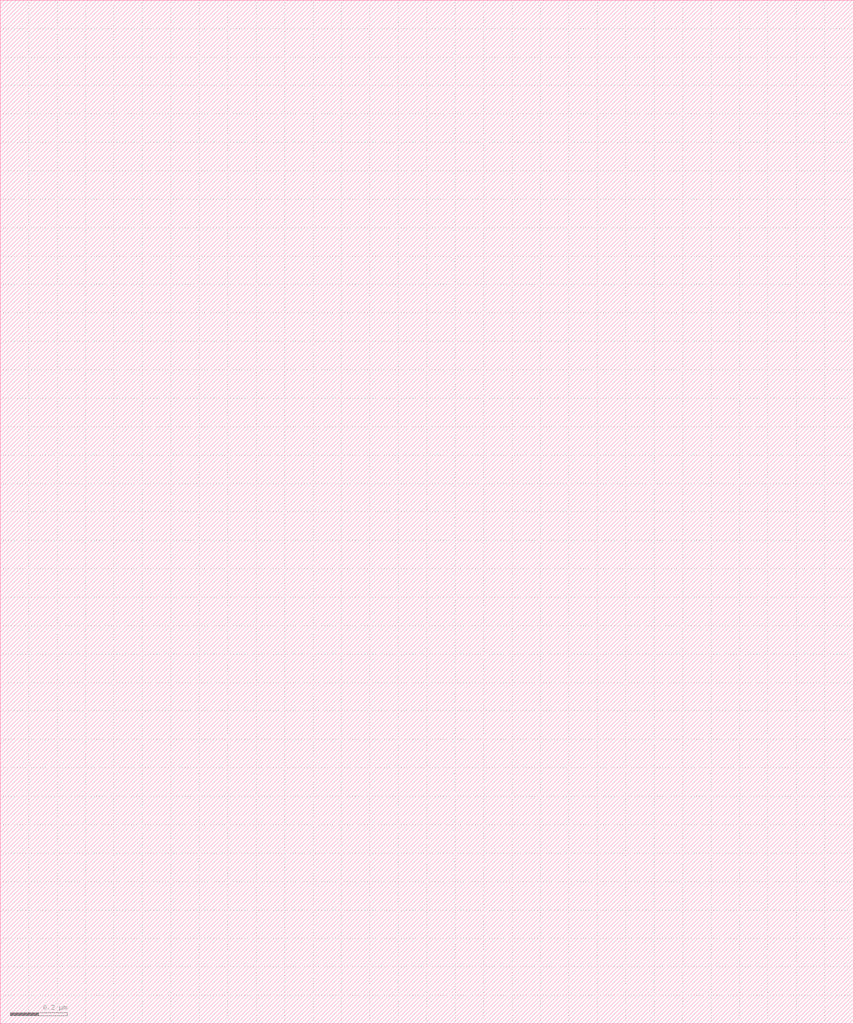
<source format=lef>
VERSION 5.7 ;
BUSBITCHARS "<>" ;
DIVIDERCHAR "/" ;

SITE CoreSite
  CLASS CORE ;
  SYMMETRY R90 ;
  SIZE 0.1 BY 3.6 ;
END CoreSite

MACRO BUF_74LVC1G125
  CLASS CORE ;
  ORIGIN 0 0 ;
  SIZE 3.0 BY 3.6 ;
  SYMMETRY R90 ;
  SITE CoreSite ;

  PIN A
    DIRECTION INPUT ;
    USE SIGNAL ;
    PORT
    END
  END A
END BUF_74LVC1G125

MACRO INV_74LVC1G04
  CLASS CORE ;
  ORIGIN 0 0 ;
  SIZE 3.0 BY 3.6 ;
  SYMMETRY R90 ;
  SITE CoreSite ;

  PIN A
    DIRECTION INPUT ;
    USE SIGNAL ;
    PORT
    END
  END A
END INV_74LVC1G04

MACRO NAND2_74LVC1G00
  CLASS CORE ;
  ORIGIN 0 0 ;
  SIZE 3.0 BY 3.6 ;
  SYMMETRY R90 ;
  SITE CoreSite ;

  PIN A
    DIRECTION INPUT ;
    USE SIGNAL ;
    PORT
    END
  END A
  PIN B
    DIRECTION INPUT ;
    USE SIGNAL ;
    PORT
    END
  END B
END NAND2_74LVC1G00

MACRO DFFR_74LVC1G175
  CLASS CORE ;
  ORIGIN 0 0 ;
  SIZE 3.0 BY 3.6 ;
  SYMMETRY R90 ;
  SITE CoreSite ;

  PIN CLK
    DIRECTION INPUT ;
    USE SIGNAL ;
    PORT
    END
  END CLK
  PIN D
    DIRECTION INPUT ;
    USE SIGNAL ;
    PORT
    END
  END D
  PIN RST_N
    DIRECTION INPUT ;
    USE SIGNAL ;
    PORT
    END
  END RST_N
END DFFR_74LVC1G175


</source>
